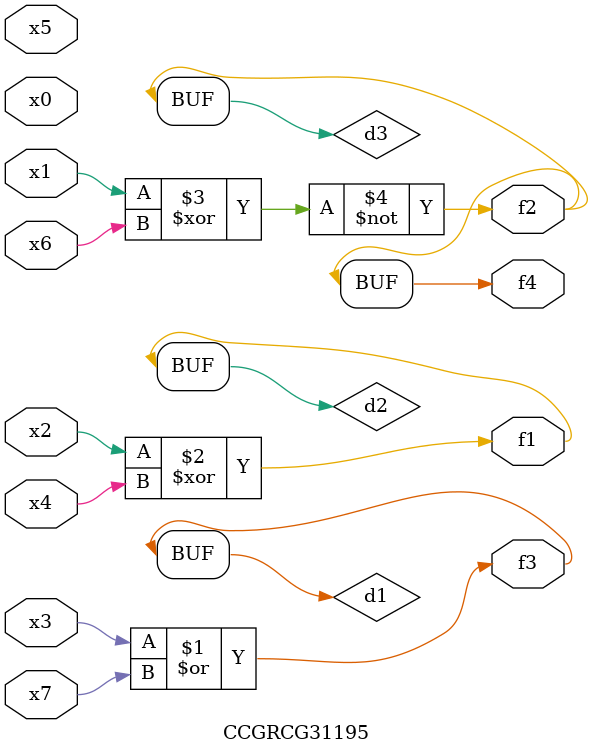
<source format=v>
module CCGRCG31195(
	input x0, x1, x2, x3, x4, x5, x6, x7,
	output f1, f2, f3, f4
);

	wire d1, d2, d3;

	or (d1, x3, x7);
	xor (d2, x2, x4);
	xnor (d3, x1, x6);
	assign f1 = d2;
	assign f2 = d3;
	assign f3 = d1;
	assign f4 = d3;
endmodule

</source>
